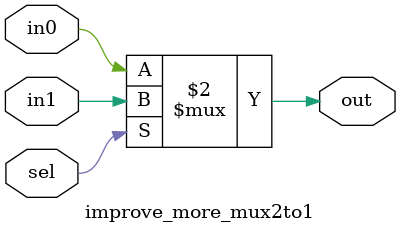
<source format=v>
module improve_more(
    input wire s1,
    input wire s2,
    input wire a,
    input wire b,
    input wire d,
    output wire y
);
    wire x0;
    improve_more_mux2to1 mux0 (.in0(s1), .in1(d), .sel(s2), .out(x0));
    improve_more_mux2to1 mux2 (.in0(a), .in1(b), .sel(x0), .out(y));
endmodule

// 2-to-1 Multiplexer Module
module improve_more_mux2to1(
    input wire in0,
    input wire in1,
    input wire sel,
    output reg out
);
    always @(*) begin
        out = sel ? in1 : in0; // Use ternary operator for clarity
    end
endmodule

</source>
